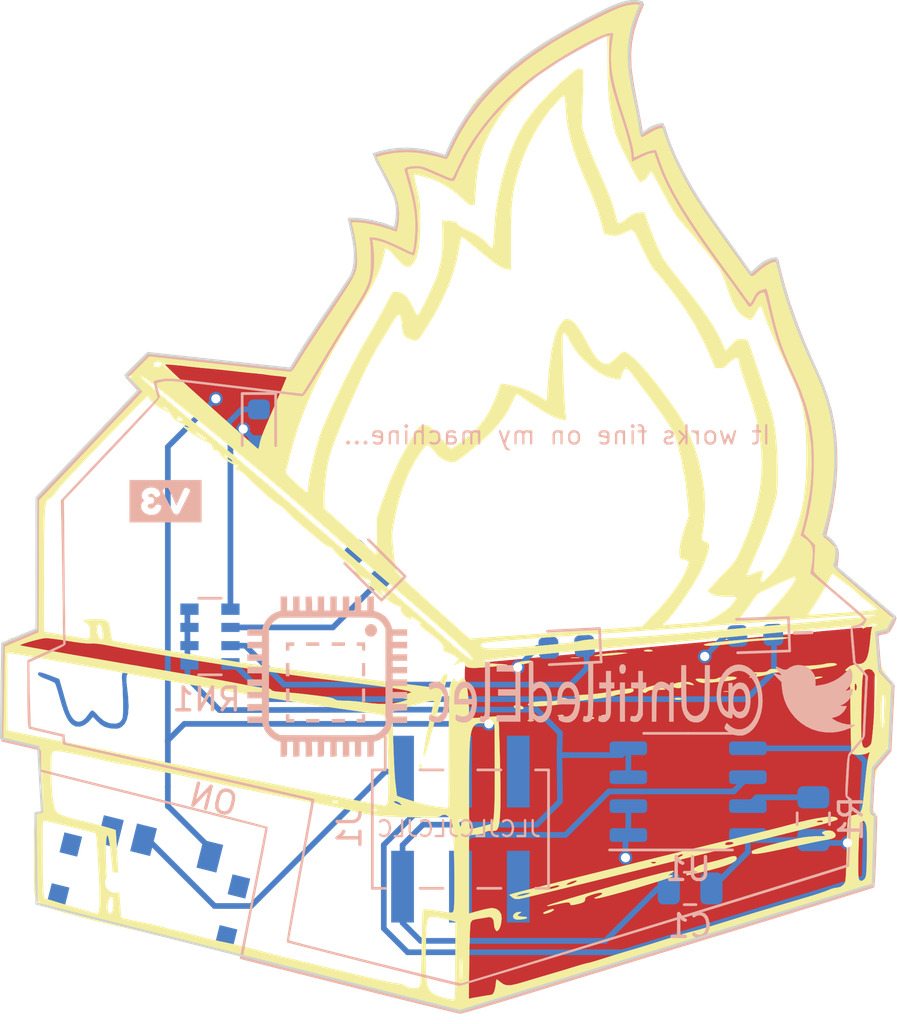
<source format=kicad_pcb>
(kicad_pcb (version 20210228) (generator pcbnew)
  (layers (0 "F.Cu" signal) (31 "B.Cu" signal) (34 "B.Paste" user) (35 "F.Paste" user) (36 "B.SilkS" user "B.Silkscreen") (37 "F.SilkS" user "F.Silkscreen") (38 "B.Mask" user) (39 "F.Mask" user) (44 "Edge.Cuts" user))
  (net 0 "")
  (net 1 "Net-(D1-Pad1)")
  (net 2 "VCC")
  (net 3 "Net-(D2-Pad1)")
  (net 4 "Net-(D3-Pad1)")
  (net 5 "Net-(D4-Pad1)")
  (net 6 "+3V3")
  (net 7 "VSS")
  (net 8 "Net-(J1-Pad5)")
  (net 9 "Net-(J1-Pad6)")
  (net 10 "Net-(SW1-Pad1)")
  (net 11 "SDA")
  (net 12 "SCL")
  (net 13 "Net-(R1-Pad2)")
  (footprint "SAO:dumpsterFireMiddle" (layer "F.Cu") (at 148.14 99.05)
    (fp_text reference "Ref**" hide)
    (fp_text value "Val**" hide)
  )
  (footprint "LOGO" (layer "F.Cu") (at 146.58 100.8)
    (fp_text reference "G***" hide)
    (fp_text value "LOGO" hide)
  )
  (footprint "LOGO" (layer "F.Cu") (at 146.58 100.8)
    (fp_text reference "G***" hide)
    (fp_text value "LOGO" hide)
    (fp_poly (pts (xy -12.440219 -6.804561) (xy -12.30977 -6.794006) (xy -12.109993 -6.775831) (xy -11.848311 -6.750771) (xy -11.532148 -6.719558) (xy -11.168929 -6.682928) (xy -10.766078 -6.641614) (xy -10.33102 -6.59635) (xy -9.871177 -6.54787) (xy -9.81758 -6.542179) (xy -9.356825 -6.493268) (xy -8.921159 -6.447114) (xy -8.51785 -6.404481) (xy -8.15417 -6.366133) (xy -7.837388 -6.332834) (xy -7.574774 -6.305348) (xy -7.373599 -6.284439) (xy -7.241131 -6.270871) (xy -7.184643 -6.265408) (xy -7.183261 -6.265333) (xy -7.154833 -6.233139) (xy -7.154333 -6.225833) (xy -7.17079 -6.178838) (xy -7.217475 -6.063876) (xy -7.290356 -5.890406) (xy -7.385405 -5.667888) (xy -7.498591 -5.405782) (xy -7.625883 -5.113545) (xy -7.708933 -4.924083) (xy -7.868796 -4.559599) (xy -7.997952 -4.26298) (xy -8.100089 -4.024724) (xy -8.178893 -3.835329) (xy -8.238052 -3.685295) (xy -8.281251 -3.56512) (xy -8.312178 -3.465302) (xy -8.33452 -3.376339) (xy -8.351964 -3.288731) (xy -8.358881 -3.249083) (xy -8.383087 -3.14828) (xy -8.409577 -3.095942) (xy -8.415668 -3.09375) (xy -8.451493 -3.121888) (xy -8.54494 -3.201962) (xy -8.690701 -3.32927) (xy -8.883469 -3.499105) (xy -9.117936 -3.706764) (xy -9.388795 -3.947542) (xy -9.690738 -4.216735) (xy -10.018456 -4.509637) (xy -10.366643 -4.821544) (xy -10.505178 -4.945834) (xy -10.945851 -5.342497) (xy -11.334957 -5.695108) (xy -11.67085 -6.002126) (xy -11.95188 -6.262007) (xy -12.1764 -6.47321) (xy -12.342762 -6.634193) (xy -12.449319 -6.743415) (xy -12.494422 -6.799332) (xy -12.493913 -6.806763) (xy -12.440219 -6.804561)) (layer "F.Cu") (width 0.01) (fill solid))
    (fp_poly (pts (xy 18.691254 4.750342) (xy 18.692075 4.874373) (xy 18.690973 5.070962) (xy 18.688084 5.334071) (xy 18.683543 5.657664) (xy 18.677487 6.035704) (xy 18.670052 6.462156) (xy 18.661372 6.930982) (xy 18.651586 7.436146) (xy 18.640828 7.971611) (xy 18.629234 8.531342) (xy 18.616941 9.109301) (xy 18.604085 9.699453) (xy 18.590801 10.29576) (xy 18.577226 10.892186) (xy 18.563495 11.482695) (xy 18.549744 12.061251) (xy 18.536111 12.621816) (xy 18.522729 13.158355) (xy 18.509737 13.664831) (xy 18.497269 14.135207) (xy 18.485461 14.563447) (xy 18.47445 14.943514) (xy 18.464371 15.269373) (xy 18.455361 15.534986) (xy 18.447555 15.734317) (xy 18.44109 15.86133) (xy 18.436102 15.909988) (xy 18.435922 15.910231) (xy 18.393588 15.924635) (xy 18.274707 15.962189) (xy 18.083773 16.021531) (xy 17.825278 16.101294) (xy 17.503716 16.200115) (xy 17.123579 16.31663) (xy 16.689362 16.449474) (xy 16.205557 16.597284) (xy 15.676657 16.758694) (xy 15.107156 16.93234) (xy 14.501546 17.116859) (xy 13.864321 17.310885) (xy 13.199974 17.513055) (xy 12.512997 17.722005) (xy 11.807885 17.936369) (xy 11.08913 18.154784) (xy 10.361226 18.375885) (xy 9.628665 18.598309) (xy 8.895941 18.82069) (xy 8.167547 19.041664) (xy 7.447975 19.259868) (xy 6.74172 19.473937) (xy 6.053274 19.682506) (xy 5.38713 19.884212) (xy 4.747782 20.077689) (xy 4.139723 20.261574) (xy 3.567445 20.434503) (xy 3.035443 20.59511) (xy 2.548208 20.742033) (xy 2.110235 20.873906) (xy 1.726016 20.989365) (xy 1.400045 21.087046) (xy 1.136814 21.165585) (xy 0.940817 21.223617) (xy 0.840687 21.25285) (xy 0.728873 21.285116) (xy 0.703799 20.305142) (xy 0.700807 20.14938) (xy 0.697701 19.914499) (xy 0.694513 19.606045) (xy 0.691274 19.229565) (xy 0.688014 18.790605) (xy 0.684763 18.294712) (xy 0.681553 17.747433) (xy 0.678414 17.154315) (xy 0.675376 16.520904) (xy 0.672471 15.852747) (xy 0.669729 15.155391) (xy 0.667181 14.434383) (xy 0.664857 13.69527) (xy 0.662788 12.943597) (xy 0.66252 12.837584) (xy 0.660399 11.967887) (xy 0.658608 11.178963) (xy 0.65718 10.466917) (xy 0.656146 9.827855) (xy 0.655536 9.257882) (xy 0.655383 8.753105) (xy 0.655717 8.30963) (xy 0.656571 7.923562) (xy 0.657975 7.591007) (xy 0.65996 7.308072) (xy 0.662559 7.070862) (xy 0.665802 6.875483) (xy 0.669721 6.718041) (xy 0.674347 6.594642) (xy 0.679711 6.501391) (xy 0.685846 6.434396) (xy 0.692781 6.389761) (xy 0.700549 6.363592) (xy 0.709181 6.351996) (xy 0.714741 6.350413) (xy 0.762916 6.346592) (xy 0.891481 6.33529) (xy 1.096521 6.316867) (xy 1.374124 6.291683) (xy 1.720375 6.260099) (xy 2.131363 6.222475) (xy 2.603172 6.179172) (xy 3.131891 6.13055) (xy 3.713604 6.07697) (xy 4.3444 6.018792) (xy 5.020364 5.956376) (xy 5.737584 5.890083) (xy 6.492145 5.820273) (xy 7.280134 5.747307) (xy 8.097638 5.671545) (xy 8.940743 5.593347) (xy 9.728459 5.520232) (xy 10.590666 5.440251) (xy 11.430389 5.362508) (xy 12.243746 5.287354) (xy 13.026853 5.215145) (xy 13.775829 5.146232) (xy 14.486793 5.08097) (xy 15.155861 5.019712) (xy 15.779151 4.96281) (xy 16.352783 4.910618) (xy 16.872872 4.86349) (xy 17.335538 4.821779) (xy 17.736898 4.785837) (xy 18.073069 4.756018) (xy 18.340171 4.732676) (xy 18.53432 4.716163) (xy 18.651635 4.706834) (xy 18.688373 4.704903) (xy 18.691254 4.750342)) (layer "F.Cu") (width 0.01) (fill solid))
    (fp_poly (pts (xy -15.793432 5.336157) (xy -15.311011 5.408097) (xy -14.809956 5.482787) (xy -14.304908 5.558046) (xy -13.81051 5.631693) (xy -13.341401 5.701548) (xy -12.912224 5.765431) (xy -12.537619 5.821159) (xy -12.234333 5.866241) (xy -11.152307 6.027038) (xy -10.108522 6.182264) (xy -9.105595 6.331529) (xy -8.14614 6.474439) (xy -7.232773 6.610604) (xy -6.368108 6.73963) (xy -5.554762 6.861126) (xy -4.795349 6.9747) (xy -4.092484 7.07996) (xy -3.448782 7.176513) (xy -2.866859 7.263967) (xy -2.34933 7.341931) (xy -1.89881 7.410013) (xy -1.517914 7.467819) (xy -1.209258 7.514959) (xy -0.975456 7.55104) (xy -0.819124 7.57567) (xy -0.742877 7.588457) (xy -0.735381 7.590174) (xy -0.766521 7.609695) (xy -0.865624 7.651384) (xy -1.020242 7.710907) (xy -1.217926 7.783926) (xy -1.446229 7.866105) (xy -1.692702 7.95311) (xy -1.944897 8.040603) (xy -2.190366 8.124248) (xy -2.41666 8.19971) (xy -2.611333 8.262651) (xy -2.761934 8.308737) (xy -2.856017 8.333631) (xy -2.878666 8.336752) (xy -2.930548 8.329528) (xy -3.061934 8.309423) (xy -3.268751 8.277091) (xy -3.546926 8.233183) (xy -3.892386 8.178352) (xy -4.301058 8.11325) (xy -4.768867 8.038531) (xy -5.291741 7.954847) (xy -5.865606 7.86285) (xy -6.486388 7.763194) (xy -7.150016 7.65653) (xy -7.852414 7.543511) (xy -8.58951 7.424791) (xy -9.357231 7.301021) (xy -10.151503 7.172854) (xy -10.968252 7.040942) (xy -11.144187 7.012512) (xy -11.963544 6.879979) (xy -12.760321 6.750868) (xy -13.530513 6.625837) (xy -14.270116 6.505545) (xy -14.975125 6.390651) (xy -15.641535 6.281813) (xy -16.265341 6.17969) (xy -16.842539 6.08494) (xy -17.369123 5.998223) (xy -17.84109 5.920196) (xy -18.254434 5.851519) (xy -18.60515 5.792851) (xy -18.889234 5.744849) (xy -19.102681 5.708172) (xy -19.241486 5.68348) (xy -19.301645 5.671431) (xy -19.303937 5.670506) (xy -19.268378 5.644152) (xy -19.169928 5.586032) (xy -19.020993 5.503095) (xy -18.833978 5.402289) (xy -18.682682 5.32253) (xy -18.061365 4.997881) (xy -15.793432 5.336157)) (layer "F.Cu") (width 0.01) (fill solid))
  )
  (footprint "LOGO" (layer "F.Cu") (at 146.58 100.8)
    (fp_text reference "G***" hide)
    (fp_text value "LOGO" hide)
  )
  (footprint "LOGO" (layer "F.Cu") (at 146.58 100.8)
    (fp_text reference "G***" hide)
    (fp_text value "LOGO" hide)
  )
  (footprint "LED_SMD:LED_0603_1608Metric" (layer "B.Cu") (at 138.2 96.7575 -90)
    (fp_text reference "D1" hide)
    (fp_text value "LED_Small")
    (pad "1" smd roundrect (at -0.7875 0 270) (size 0.875 0.95) (layers "B.Cu" "B.Paste" "B.Mask") (net 1 "Net-(D1-Pad1)"))
    (pad "2" smd roundrect (at 0.7875 0 270) (size 0.875 0.95) (layers "B.Cu" "B.Paste" "B.Mask") (net 2 "VCC"))
  )
  (footprint "LED_SMD:LED_0603_1608Metric" (layer "B.Cu") (at 143.053153 102.773153 135)
    (fp_text reference "D2" hide)
    (fp_text value "LED_Small")
    (pad "1" smd roundrect (at -0.7875 0 135) (size 0.875 0.95) (layers "B.Cu" "B.Paste" "B.Mask") (net 3 "Net-(D2-Pad1)"))
    (pad "2" smd roundrect (at 0.7875 0 135) (size 0.875 0.95) (layers "B.Cu" "B.Paste" "B.Mask") (net 2 "VCC"))
  )
  (footprint "LED_SMD:LED_0603_1608Metric" (layer "B.Cu") (at 151.7125 106.4 -177)
    (fp_text reference "D3" hide)
    (fp_text value "LED_Small")
    (pad "1" smd roundrect (at -0.7875 0 183) (size 0.875 0.95) (layers "B.Cu" "B.Paste" "B.Mask") (net 4 "Net-(D3-Pad1)"))
    (pad "2" smd roundrect (at 0.7875 0 183) (size 0.875 0.95) (layers "B.Cu" "B.Paste" "B.Mask") (net 2 "VCC"))
  )
  (footprint "LED_SMD:LED_0603_1608Metric" (layer "B.Cu") (at 160 105.89 -178)
    (fp_text reference "D4" hide)
    (fp_text value "LED_Small")
    (pad "1" smd roundrect (at -0.7875 0 182) (size 0.875 0.95) (layers "B.Cu" "B.Paste" "B.Mask") (net 5 "Net-(D4-Pad1)"))
    (pad "2" smd roundrect (at 0.7875 0 182) (size 0.875 0.95) (layers "B.Cu" "B.Paste" "B.Mask") (net 2 "VCC"))
  )
  (footprint "Connector_PinHeader_2.54mm:PinHeader_2x03_P2.54mm_Vertical_SMD" (layer "B.Cu") (at 147.05 114.395 -90)
    (fp_text reference "J1" (at 0 4.87 90) (layer "B.SilkS") (effects (justify mirror)))
    (fp_text value "Conn_02x03_Odd_Even")
    (pad "1" smd rect (at -2.525 2.54 270) (size 3.15 1) (layers "B.Cu" "B.Paste" "B.Mask") (net 6 "+3V3"))
    (pad "2" smd rect (at 2.525 2.54 270) (size 3.15 1) (layers "B.Cu" "B.Paste" "B.Mask") (net 7 "VSS"))
    (pad "3" smd rect (at -2.525 0 270) (size 3.15 1) (layers "B.Cu" "B.Paste" "B.Mask") (net 11 "SDA"))
    (pad "4" smd rect (at 2.525 0 270) (size 3.15 1) (layers "B.Cu" "B.Paste" "B.Mask") (net 12 "SCL"))
    (pad "5" smd rect (at -2.525 -2.54 270) (size 3.15 1) (layers "B.Cu" "B.Paste" "B.Mask") (net 8 "Net-(J1-Pad5)"))
    (pad "6" smd rect (at 2.525 -2.54 270) (size 3.15 1) (layers "B.Cu" "B.Paste" "B.Mask") (net 9 "Net-(J1-Pad6)"))
  )
  (footprint "Resistor_SMD:R_Array_Convex_4x0603" (layer "B.Cu") (at 136.05 105.94 180)
    (fp_text reference "RN1" (at 0.15 -2.76) (layer "B.SilkS") (effects (justify mirror)))
    (fp_text value "330")
    (pad "1" smd rect (at -0.9 1.2 180) (size 0.8 0.5) (layers "B.Cu" "B.Paste" "B.Mask") (net 1 "Net-(D1-Pad1)"))
    (pad "2" smd rect (at -0.9 0.4 180) (size 0.8 0.4) (layers "B.Cu" "B.Paste" "B.Mask") (net 5 "Net-(D4-Pad1)"))
    (pad "3" smd rect (at -0.9 -0.4 180) (size 0.8 0.4) (layers "B.Cu" "B.Paste" "B.Mask") (net 4 "Net-(D3-Pad1)"))
    (pad "4" smd rect (at -0.9 -1.2 180) (size 0.8 0.5) (layers "B.Cu" "B.Paste" "B.Mask") (net 3 "Net-(D2-Pad1)"))
    (pad "5" smd rect (at 0.9 -1.2 180) (size 0.8 0.5) (layers "B.Cu" "B.Paste" "B.Mask") (net 7 "VSS"))
    (pad "6" smd rect (at 0.9 -0.4 180) (size 0.8 0.4) (layers "B.Cu" "B.Paste" "B.Mask") (net 7 "VSS"))
    (pad "7" smd rect (at 0.9 0.4 180) (size 0.8 0.4) (layers "B.Cu" "B.Paste" "B.Mask") (net 7 "VSS"))
    (pad "8" smd rect (at 0.9 1.2 180) (size 0.8 0.5) (layers "B.Cu" "B.Paste" "B.Mask") (net 7 "VSS"))
  )
  (footprint "BreadBoardPwr:SK-3296S_switch" (layer "B.Cu") (at 133.347124 117.105673 -14)
    (fp_text reference "SW1" hide)
    (fp_text value "SW_SPDT")
    (pad "" np_thru_hole circle (at 1.5 0 346) (size 0.9 0.9) (drill 0.9) (layers *.Cu *.Mask))
    (pad "" np_thru_hole circle (at -1.5 0 346) (size 0.9 0.9) (drill 0.9) (layers *.Cu *.Mask))
    (pad "1" smd rect (at -2.25 -2.125 346) (size 0.9 1.25) (layers "B.Cu" "B.Paste" "B.Mask") (net 10 "Net-(SW1-Pad1)"))
    (pad "2" smd rect (at -0.75 -2.125 346) (size 0.9 1.25) (layers "B.Cu" "B.Paste" "B.Mask") (net 6 "+3V3"))
    (pad "3" smd rect (at 2.25 -2.125 346) (size 0.9 1.25) (layers "B.Cu" "B.Paste" "B.Mask") (net 2 "VCC"))
    (pad "4" smd rect (at 3.81 -1.15 346) (size 0.8 0.9) (layers "B.Cu" "B.Paste" "B.Mask"))
    (pad "4" smd rect (at -3.8 1.15 346) (size 0.8 0.9) (layers "B.Cu" "B.Paste" "B.Mask"))
    (pad "4" smd rect (at -3.8 -1.15 346) (size 0.8 0.9) (layers "B.Cu" "B.Paste" "B.Mask"))
    (pad "4" smd rect (at 3.8 1.15 346) (size 0.8 0.9) (layers "B.Cu" "B.Paste" "B.Mask"))
  )
  (footprint "NFCBuisness:W" (layer "B.Cu") (at 130.95 109.65 180)
    (fp_text reference "Ref**" hide)
    (fp_text value "Val**" hide)
    (fp_poly (pts (xy -1.630587 2.420899) (xy -1.447524 2.328559) (xy -1.311592 2.194757) (xy -1.304211 2.183555) (xy -1.265704 2.11344) (xy -1.244213 2.038839) (xy -1.23774 1.938094) (xy -1.244287 1.789546) (xy -1.255088 1.651) (xy -1.268682 1.442824) (xy -1.279873 1.184894) (xy -1.287394 0.912114) (xy -1.289962 0.690936) (xy -1.289221 0.458958) (xy -1.284387 0.294975) (xy -1.273305 0.182336) (xy -1.25382 0.10439) (xy -1.223775 0.044488) (xy -1.202268 0.013603) (xy -1.116398 -0.071274) (xy -1.002822 -0.111004) (xy -0.929984 -0.119227) (xy -0.68211 -0.100096) (xy -0.454281 -0.00289) (xy -0.240656 0.175182) (xy -0.185776 0.236175) (xy -0.081108 0.349759) (xy 0.009066 0.431822) (xy 0.066141 0.465547) (xy 0.068112 0.465666) (xy 0.123755 0.432548) (xy 0.197182 0.348904) (xy 0.229505 0.301607) (xy 0.376869 0.110873) (xy 0.526913 -0.003226) (xy 0.674284 -0.03902) (xy 0.813631 0.005163) (xy 0.907971 0.089777) (xy 0.988653 0.198585) (xy 1.058934 0.326542) (xy 1.126082 0.490779) (xy 1.197364 0.708426) (xy 1.255985 0.910166) (xy 1.31545 1.12099) (xy 1.377683 1.340443) (xy 1.431333 1.528529) (xy 1.442246 1.566558) (xy 1.521416 1.84195) (xy 1.949565 2.005418) (xy 2.167567 2.084028) (xy 2.315998 2.126297) (xy 2.401001 2.133773) (xy 2.422145 2.124455) (xy 2.452677 2.065526) (xy 2.41974 2.005855) (xy 2.317286 1.940366) (xy 2.13927 1.863979) (xy 2.089887 1.8454) (xy 1.930263 1.78316) (xy 1.799296 1.726134) (xy 1.71927 1.684217) (xy 1.708527 1.676067) (xy 1.680315 1.619963) (xy 1.636526 1.498254) (xy 1.582553 1.327363) (xy 1.52379 1.123712) (xy 1.507251 1.063196) (xy 1.396737 0.68139) (xy 1.290651 0.376432) (xy 1.184846 0.140938) (xy 1.075173 -0.032475) (xy 0.957485 -0.15119) (xy 0.827635 -0.222591) (xy 0.776069 -0.238398) (xy 0.602379 -0.241191) (xy 0.418574 -0.174646) (xy 0.246259 -0.047924) (xy 0.192569 0.009056) (xy 0.041511 0.185533) (xy -0.128458 0.008645) (xy -0.312966 -0.157866) (xy -0.496288 -0.260737) (xy -0.709082 -0.314778) (xy -0.823587 -0.327186) (xy -0.981029 -0.333485) (xy -1.090094 -0.317957) (xy -1.185756 -0.27362) (xy -1.227666 -0.246552) (xy -1.355913 -0.118677) (xy -1.447302 0.068507) (xy -1.502345 0.318683) (xy -1.521551 0.635539) (xy -1.505431 1.022758) (xy -1.460818 1.436924) (xy -1.432055 1.688127) (xy -1.424811 1.871541) (xy -1.442863 2.002167) (xy -1.489991 2.095003) (xy -1.569973 2.165049) (xy -1.656298 2.212878) (xy -1.801342 2.257899) (xy -1.939703 2.239415) (xy -2.087459 2.15265) (xy -2.203421 2.05035) (xy -2.298884 1.96489) (xy -2.361491 1.934189) (xy -2.413708 1.94891) (xy -2.426473 1.957639) (xy -2.473927 2.002339) (xy -2.467648 2.051331) (xy -2.429475 2.110518) (xy -2.32004 2.223928) (xy -2.167499 2.330713) (xy -2.002595 2.413218) (xy -1.856072 2.453788) (xy -1.829026 2.455333) (xy -1.630587 2.420899)) (layer "B.Cu") (width 0.01) (fill solid))
  )
  (footprint "Capacitor_SMD:C_0805_2012Metric" (layer "B.Cu") (at 157.1375 117)
    (fp_text reference "C1" (at 0 1.65) (layer "B.SilkS") (effects (justify mirror)))
    (fp_text value "C_Small")
    (pad "1" smd roundrect (at -0.9375 0) (size 0.975 1.4) (layers "B.Cu" "B.Paste" "B.Mask") (net 7 "VSS"))
    (pad "2" smd roundrect (at 0.9375 0) (size 0.975 1.4) (layers "B.Cu" "B.Paste" "B.Mask") (net 2 "VCC"))
  )
  (footprint "Resistor_SMD:R_0805_2012Metric" (layer "B.Cu") (at 162.55 113.9375 90)
    (fp_text reference "R1" (at 0 1.65 90) (layer "B.SilkS") (effects (justify mirror)))
    (fp_text value "R_Small")
    (pad "1" smd roundrect (at -0.9375 0 90) (size 0.975 1.4) (layers "B.Cu" "B.Paste" "B.Mask") (net 2 "VCC"))
    (pad "2" smd roundrect (at 0.9375 0 90) (size 0.975 1.4) (layers "B.Cu" "B.Paste" "B.Mask") (net 13 "Net-(R1-Pad2)"))
  )
  (footprint "Package_SO:SOP-8_3.9x4.9mm_P1.27mm" (layer "B.Cu") (at 157.05 112.75)
    (fp_text reference "U1" (at 0 3.4) (layer "B.SilkS") (effects (justify mirror)))
    (fp_text value "FT24C02A-FlashMemory")
    (pad "1" smd roundrect (at -2.625 1.905) (size 1.65 0.6) (layers "B.Cu" "B.Paste" "B.Mask") (net 2 "VCC"))
    (pad "2" smd roundrect (at -2.625 0.635) (size 1.65 0.6) (layers "B.Cu" "B.Paste" "B.Mask") (net 2 "VCC"))
    (pad "3" smd roundrect (at -2.625 -0.635) (size 1.65 0.6) (layers "B.Cu" "B.Paste" "B.Mask") (net 7 "VSS"))
    (pad "4" smd roundrect (at -2.625 -1.905) (size 1.65 0.6) (layers "B.Cu" "B.Paste" "B.Mask") (net 7 "VSS"))
    (pad "5" smd roundrect (at 2.625 -1.905) (size 1.65 0.6) (layers "B.Cu" "B.Paste" "B.Mask") (net 11 "SDA"))
    (pad "6" smd roundrect (at 2.625 -0.635) (size 1.65 0.6) (layers "B.Cu" "B.Paste" "B.Mask") (net 12 "SCL"))
    (pad "7" smd roundrect (at 2.625 0.635) (size 1.65 0.6) (layers "B.Cu" "B.Paste" "B.Mask") (net 13 "Net-(R1-Pad2)"))
    (pad "8" smd roundrect (at 2.625 1.905) (size 1.65 0.6) (layers "B.Cu" "B.Paste" "B.Mask") (net 2 "VCC"))
  )
  (footprint "cafebabe:TwitterSmaller" (layer "B.Cu") (at 155.1 108.3 180)
    (fp_text reference "Ref**" hide)
    (fp_text value "Val**" hide)
  )
  (footprint "svg2mod" (layer "B.Cu") (at 134.1 100 180)
    (fp_text reference "svg2mod" hide)
    (fp_text value "G***" hide)
  )
  (footprint "cafebabe:JustChip" (layer "B.Cu") (at 139.877083 108.653431 180)
    (fp_text reference "Ref**" hide)
    (fp_text value "Val**" hide)
  )
  (gr_line (start 163.522093 98.110236) (end 163.51073 98.578461) (layer "Edge.Cuts") (width 0.1))
  (gr_line (start 159.917485 89.910437) (end 160.025453 89.811636) (layer "Edge.Cuts") (width 0.1))
  (gr_line (start 154.566518 79.32912) (end 154.494419 79.715338) (layer "Edge.Cuts") (width 0.1))
  (gr_line (start 154.790623 78.045807) (end 155.022955 78.08899) (layer "Edge.Cuts") (width 0.1))
  (gr_line (start 154.444786 80.455689) (end 154.45875 80.812707) (layer "Edge.Cuts") (width 0.1))
  (gr_line (start 148.473587 81.707486) (end 148.894501 81.303567) (layer "Edge.Cuts") (width 0.1))
  (gr_line (start 126.878989 110.405782) (end 126.929264 106.253065) (layer "Edge.Cuts") (width 0.1))
  (gr_line (start 160.364487 89.522216) (end 160.512537 89.441914) (layer "Edge.Cuts") (width 0.1))
  (gr_line (start 144.228841 87.7295) (end 144.260682 87.468626) (layer "Edge.Cuts") (width 0.1))
  (gr_line (start 160.239956 89.613372) (end 160.364487 89.522216) (layer "Edge.Cuts") (width 0.1))
  (gr_line (start 160.915188 89.330488) (end 161.221321 90.512147) (layer "Edge.Cuts") (width 0.1))
  (gr_line (start 160.693105 89.37662) (end 160.915188 89.330488) (layer "Edge.Cuts") (width 0.1))
  (gr_line (start 155.567867 83.532334) (end 155.726849 83.482057) (layer "Edge.Cuts") (width 0.1))
  (gr_line (start 155.168824 83.769886) (end 155.339354 83.64665) (layer "Edge.Cuts") (width 0.1))
  (gr_line (start 142.293837 88.233424) (end 142.14956 87.601421) (layer "Edge.Cuts") (width 0.1))
  (gr_line (start 147.316446 83.112732) (end 147.680842 82.610271) (layer "Edge.Cuts") (width 0.1))
  (gr_line (start 142.65782 87.620815) (end 143.16327 87.699194) (layer "Edge.Cuts") (width 0.1))
  (gr_line (start 156.24459 84.378162) (end 156.433208 84.826491) (layer "Edge.Cuts") (width 0.1))
  (gr_line (start 165.801924 105.659819) (end 165.309228 105.760371) (layer "Edge.Cuts") (width 0.1))
  (gr_line (start 128.673808 113.643497) (end 128.5079 110.787872) (layer "Edge.Cuts") (width 0.1))
  (gr_line (start 145.055979 84.543842) (end 145.476394 84.600917) (layer "Edge.Cuts") (width 0.1))
  (gr_line (start 142.40406 87.603353) (end 142.65782 87.620815) (layer "Edge.Cuts") (width 0.1))
  (gr_line (start 155.339354 83.64665) (end 155.441766 83.58767) (layer "Edge.Cuts") (width 0.1))
  (gr_line (start 154.982735 83.890729) (end 155.168824 83.769886) (layer "Edge.Cuts") (width 0.1))
  (gr_line (start 142.400326 88.862592) (end 142.355505 88.54864) (layer "Edge.Cuts") (width 0.1))
  (gr_line (start 161.221321 90.512147) (end 161.398653 91.104693) (layer "Edge.Cuts") (width 0.1))
  (gr_line (start 143.594167 85.468625) (end 143.403976 85.118244) (layer "Edge.Cuts") (width 0.1))
  (gr_line (start 149.766827 80.581689) (end 150.210807 80.260135) (layer "Edge.Cuts") (width 0.1))
  (gr_line (start 163.559051 102.449584) (end 163.524555 102.645893) (layer "Edge.Cuts") (width 0.1))
  (gr_line (start 154.45875 80.812707) (end 154.492901 81.162876) (layer "Edge.Cuts") (width 0.1))
  (gr_line (start 144.281802 84.540784) (end 144.658573 84.525118) (layer "Edge.Cuts") (width 0.1))
  (gr_line (start 155.726849 83.482057) (end 155.927906 83.438254) (layer "Edge.Cuts") (width 0.1))
  (gr_line (start 163.424964 96.735258) (end 163.4794 97.188279) (layer "Edge.Cuts") (width 0.1))
  (gr_line (start 166.023135 108.002636) (end 165.882363 110.868314) (layer "Edge.Cuts") (width 0.1))
  (gr_line (start 154.60476 81.848435) (end 154.746355 82.523906) (layer "Edge.Cuts") (width 0.1))
  (gr_line (start 139.583491 94.182029) (end 140.234191 93.121759) (layer "Edge.Cuts") (width 0.1))
  (gr_line (start 156.433208 84.826491) (end 156.639468 85.262218) (layer "Edge.Cuts") (width 0.1))
  (gr_line (start 166.123684 105.066575) (end 165.801924 105.659819) (layer "Edge.Cuts") (width 0.1))
  (gr_line (start 142.40983 89.484487) (end 142.420901 89.174726) (layer "Edge.Cuts") (width 0.1))
  (gr_line (start 142.420901 89.174726) (end 142.400326 88.862592) (layer "Edge.Cuts") (width 0.1))
  (gr_line (start 160.025453 89.811636) (end 160.239956 89.613372) (layer "Edge.Cuts") (width 0.1))
  (gr_line (start 155.927906 83.438254) (end 156.075521 83.91587) (layer "Edge.Cuts") (width 0.1))
  (gr_line (start 132.348913 94.458542) (end 133.323362 93.495777) (layer "Edge.Cuts") (width 0.1))
  (gr_line (start 128.436772 99.850689) (end 132.952213 95.102062) (layer "Edge.Cuts") (width 0.1))
  (gr_line (start 152.749941 78.768964) (end 153.44854 78.413015) (layer "Edge.Cuts") (width 0.1))
  (gr_line (start 133.323362 93.495777) (end 139.583491 94.182029) (layer "Edge.Cuts") (width 0.1))
  (gr_line (start 132.952213 95.102062) (end 132.348913 94.458542) (layer "Edge.Cuts") (width 0.1))
  (gr_line (start 143.16327 87.699194) (end 143.666211 87.830292) (layer "Edge.Cuts") (width 0.1))
  (gr_line (start 163.4794 97.188279) (end 163.511713 97.646723) (layer "Edge.Cuts") (width 0.1))
  (gr_line (start 143.923291 84.586883) (end 144.281802 84.540784) (layer "Edge.Cuts") (width 0.1))
  (gr_line (start 126.929264 106.253065) (end 128.436772 105.620002) (layer "Edge.Cuts") (width 0.1))
  (gr_line (start 158.696002 88.457713) (end 159.253162 89.225853) (layer "Edge.Cuts") (width 0.1))
  (gr_line (start 144.148197 86.567809) (end 144.075307 86.370275) (layer "Edge.Cuts") (width 0.1))
  (gr_line (start 145.476394 84.600917) (end 145.922195 84.700301) (layer "Edge.Cuts") (width 0.1))
  (gr_line (start 143.580662 84.659453) (end 143.923291 84.586883) (layer "Edge.Cuts") (width 0.1))
  (gr_line (start 154.551803 78.046003) (end 154.790623 78.045807) (layer "Edge.Cuts") (width 0.1))
  (gr_line (start 154.455258 80.09038) (end 154.444786 80.455689) (layer "Edge.Cuts") (width 0.1))
  (gr_line (start 140.234191 93.121759) (end 140.905496 92.1027) (layer "Edge.Cuts") (width 0.1))
  (gr_line (start 155.022955 78.08899) (end 154.826535 78.517388) (layer "Edge.Cuts") (width 0.1))
  (gr_line (start 165.258954 113.7541) (end 165.165404 116.828043) (layer "Edge.Cuts") (width 0.1))
  (gr_line (start 163.248963 95.846908) (end 163.348215 96.288016) (layer "Edge.Cuts") (width 0.1))
  (gr_line (start 163.348215 96.288016) (end 163.424964 96.735258) (layer "Edge.Cuts") (width 0.1))
  (gr_line (start 153.754864 78.273085) (end 154.038079 78.16302) (layer "Edge.Cuts") (width 0.1))
  (gr_line (start 143.990586 86.180609) (end 143.797806 85.81848) (layer "Edge.Cuts") (width 0.1))
  (gr_line (start 165.439943 107.379227) (end 166.023135 108.002636) (layer "Edge.Cuts") (width 0.1))
  (gr_line (start 128.38724 113.698797) (end 128.673808 113.643497) (layer "Edge.Cuts") (width 0.1))
  (gr_line (start 163.423533 99.527629) (end 163.348079 100.00786) (layer "Edge.Cuts") (width 0.1))
  (gr_line (start 163.469162 102.824308) (end 166.123684 105.066575) (layer "Edge.Cuts") (width 0.1))
  (gr_line (start 142.14956 87.601421) (end 142.40406 87.603353) (layer "Edge.Cuts") (width 0.1))
  (gr_line (start 163.315564 101.689376) (end 163.440926 101.831911) (layer "Edge.Cuts") (width 0.1))
  (gr_line (start 142.355505 88.54864) (end 142.293837 88.233424) (layer "Edge.Cuts") (width 0.1))
  (gr_line (start 143.251542 84.754538) (end 143.580662 84.659453) (layer "Edge.Cuts") (width 0.1))
  (gr_line (start 163.51073 98.578461) (end 163.477813 99.051044) (layer "Edge.Cuts") (width 0.1))
  (gr_line (start 162.996575 101.466882) (end 163.168963 101.566309) (layer "Edge.Cuts") (width 0.1))
  (gr_line (start 161.595334 91.700594) (end 161.813743 92.301509) (layer "Edge.Cuts") (width 0.1))
  (gr_line (start 143.666211 87.830292) (end 144.166939 88.007841) (layer "Edge.Cuts") (width 0.1))
  (gr_line (start 162.325263 93.525015) (end 162.623133 94.150924) (layer "Edge.Cuts") (width 0.1))
  (gr_line (start 144.265499 87.22362) (end 144.246332 86.992882) (layer "Edge.Cuts") (width 0.1))
  (gr_line (start 143.797806 85.81848) (end 143.594167 85.468625) (layer "Edge.Cuts") (width 0.1))
  (gr_line (start 151.095812 79.68681) (end 151.952102 79.194546) (layer "Edge.Cuts") (width 0.1))
  (gr_line (start 165.165404 116.828043) (end 147.026561 122.380107) (layer "Edge.Cuts") (width 0.1))
  (gr_line (start 151.952102 79.194546) (end 152.749941 78.768964) (layer "Edge.Cuts") (width 0.1))
  (gr_line (start 162.623133 94.150924) (end 162.814294 94.563942) (layer "Edge.Cuts") (width 0.1))
  (gr_line (start 157.097294 86.101312) (end 157.602822 86.906332) (layer "Edge.Cuts") (width 0.1))
  (gr_line (start 142.359713 89.791319) (end 142.40983 89.484487) (layer "Edge.Cuts") (width 0.1))
  (gr_line (start 155.441766 83.58767) (end 155.567867 83.532334) (layer "Edge.Cuts") (width 0.1))
  (gr_line (start 147.680842 82.610271) (end 148.067795 82.142455) (layer "Edge.Cuts") (width 0.1))
  (gr_line (start 143.403976 85.118244) (end 143.251542 84.754538) (layer "Edge.Cuts") (width 0.1))
  (gr_line (start 163.13441 100.977842) (end 162.996575 101.466882) (layer "Edge.Cuts") (width 0.1))
  (gr_line (start 165.309228 105.760371) (end 165.439943 107.379227) (layer "Edge.Cuts") (width 0.1))
  (gr_line (start 142.26315 90.094668) (end 142.359713 89.791319) (layer "Edge.Cuts") (width 0.1))
  (gr_line (start 150.65504 79.962441) (end 151.095812 79.68681) (layer "Edge.Cuts") (width 0.1))
  (gr_line (start 128.436772 105.620002) (end 128.436772 99.850689) (layer "Edge.Cuts") (width 0.1))
  (gr_line (start 157.602822 86.906332) (end 158.140807 87.688169) (layer "Edge.Cuts") (width 0.1))
  (gr_line (start 146.670186 84.228776) (end 146.978321 83.651634) (layer "Edge.Cuts") (width 0.1))
  (gr_line (start 144.166939 88.007841) (end 144.228841 87.7295) (layer "Edge.Cuts") (width 0.1))
  (gr_line (start 163.511713 97.646723) (end 163.522093 98.110236) (layer "Edge.Cuts") (width 0.1))
  (gr_line (start 159.797041 90.00348) (end 159.917485 89.910437) (layer "Edge.Cuts") (width 0.1))
  (gr_line (start 163.127019 95.412289) (end 163.248963 95.846908) (layer "Edge.Cuts") (width 0.1))
  (gr_line (start 128.434005 117.6662) (end 128.38724 113.698797) (layer "Edge.Cuts") (width 0.1))
  (gr_line (start 140.905496 92.1027) (end 142.26315 90.094668) (layer "Edge.Cuts") (width 0.1))
  (gr_line (start 128.5079 110.787872) (end 126.878989 110.405782) (layer "Edge.Cuts") (width 0.1))
  (gr_line (start 154.940118 83.543432) (end 154.982735 83.890729) (layer "Edge.Cuts") (width 0.1))
  (gr_line (start 162.05626 92.909096) (end 162.325263 93.525015) (layer "Edge.Cuts") (width 0.1))
  (gr_line (start 144.246332 86.992882) (end 144.206218 86.774812) (layer "Edge.Cuts") (width 0.1))
  (gr_line (start 163.251642 100.491383) (end 163.13441 100.977842) (layer "Edge.Cuts") (width 0.1))
  (gr_line (start 154.30234 78.086201) (end 154.551803 78.046003) (layer "Edge.Cuts") (width 0.1))
  (gr_line (start 163.568712 102.231995) (end 163.559051 102.449584) (layer "Edge.Cuts") (width 0.1))
  (gr_line (start 156.075521 83.91587) (end 156.24459 84.378162) (layer "Edge.Cuts") (width 0.1))
  (gr_line (start 154.492901 81.162876) (end 154.60476 81.848435) (layer "Edge.Cuts") (width 0.1))
  (gr_line (start 163.549602 101.989742) (end 163.568712 102.231995) (layer "Edge.Cuts") (width 0.1))
  (gr_line (start 158.140807 87.688169) (end 158.696002 88.457713) (layer "Edge.Cuts") (width 0.1))
  (gr_line (start 154.826535 78.517388) (end 154.675807 78.930284) (layer "Edge.Cuts") (width 0.1))
  (gr_line (start 154.675807 78.930284) (end 154.566518 79.32912) (layer "Edge.Cuts") (width 0.1))
  (gr_line (start 163.477813 99.051044) (end 163.423533 99.527629) (layer "Edge.Cuts") (width 0.1))
  (gr_line (start 162.814294 94.563942) (end 162.982193 94.984516) (layer "Edge.Cuts") (width 0.1))
  (gr_line (start 165.067909 113.603275) (end 165.258954 113.7541) (layer "Edge.Cuts") (width 0.1))
  (gr_line (start 145.922195 84.700301) (end 146.395758 84.845955) (layer "Edge.Cuts") (width 0.1))
  (gr_line (start 159.253162 89.225853) (end 159.797041 90.00348) (layer "Edge.Cuts") (width 0.1))
  (gr_line (start 154.746355 82.523906) (end 154.883682 83.200824) (layer "Edge.Cuts") (width 0.1))
  (gr_line (start 149.32682 80.928901) (end 149.766827 80.581689) (layer "Edge.Cuts") (width 0.1))
  (gr_line (start 147.026561 122.380107) (end 147.026561 122.380107) (layer "Edge.Cuts") (width 0.1))
  (gr_line (start 144.658573 84.525118) (end 145.055979 84.543842) (layer "Edge.Cuts") (width 0.1))
  (gr_line (start 154.883682 83.200824) (end 154.940118 83.543432) (layer "Edge.Cuts") (width 0.1))
  (gr_line (start 150.210807 80.260135) (end 150.65504 79.962441) (layer "Edge.Cuts") (width 0.1))
  (gr_line (start 146.395758 84.845955) (end 146.670186 84.228776) (layer "Edge.Cuts") (width 0.1))
  (gr_line (start 163.524555 102.645893) (end 163.469162 102.824308) (layer "Edge.Cuts") (width 0.1))
  (gr_line (start 156.861465 85.686705) (end 157.097294 86.101312) (layer "Edge.Cuts") (width 0.1))
  (gr_line (start 153.44854 78.413015) (end 153.754864 78.273085) (layer "Edge.Cuts") (width 0.1))
  (gr_line (start 144.075307 86.370275) (end 143.990586 86.180609) (layer "Edge.Cuts") (width 0.1))
  (gr_line (start 165.168459 111.712935) (end 165.067909 113.603275) (layer "Edge.Cuts") (width 0.1))
  (gr_line (start 156.639468 85.262218) (end 156.861465 85.686705) (layer "Edge.Cuts") (width 0.1))
  (gr_line (start 163.348079 100.00786) (end 163.251642 100.491383) (layer "Edge.Cuts") (width 0.1))
  (gr_line (start 161.398653 91.104693) (end 161.595334 91.700594) (layer "Edge.Cuts") (width 0.1))
  (gr_line (start 163.168963 101.566309) (end 163.315564 101.689376) (layer "Edge.Cuts") (width 0.1))
  (gr_line (start 146.978321 83.651634) (end 147.316446 83.112732) (layer "Edge.Cuts") (width 0.1))
  (gr_line (start 161.813743 92.301509) (end 162.05626 92.909096) (layer "Edge.Cuts") (width 0.1))
  (gr_line (start 160.512537 89.441914) (end 160.693105 89.37662) (layer "Edge.Cuts") (width 0.1))
  (gr_line (start 154.038079 78.16302) (end 154.30234 78.086201) (layer "Edge.Cuts") (width 0.1))
  (gr_line (start 165.882363 110.868314) (end 165.168459 111.712935) (layer "Edge.Cuts") (width 0.1))
  (gr_line (start 144.260682 87.468626) (end 144.265499 87.22362) (layer "Edge.Cuts") (width 0.1))
  (gr_line (start 163.440926 101.831911) (end 163.549602 101.989742) (layer "Edge.Cuts") (width 0.1))
  (gr_line (start 154.494419 79.715338) (end 154.455258 80.09038) (layer "Edge.Cuts") (width 0.1))
  (gr_line (start 147.026561 122.380107) (end 128.434005 117.6662) (layer "Edge.Cuts") (width 0.1))
  (gr_line (start 144.206218 86.774812) (end 144.148197 86.567809) (layer "Edge.Cuts") (width 0.1))
  (gr_line (start 148.067795 82.142455) (end 148.473587 81.707486) (layer "Edge.Cuts") (width 0.1))
  (gr_line (start 148.894501 81.303567) (end 149.32682 80.928901) (layer "Edge.Cuts") (width 0.1))
  (gr_line (start 162.982193 94.984516) (end 163.127019 95.412289) (layer "Edge.Cuts") (width 0.1))
  (gr_text "JLCJLCJLCJLC" (at 146.99 114.38) (layer "B.SilkS") (effects (font (size 0.7 0.7) (thickness 0.1)) (justify mirror)))
  (gr_text "It works fine on my machine..." (at 151.3 97.1) (layer "B.SilkS") (effects (font (size 0.8 0.8) (thickness 0.1)) (justify mirror)))
  (gr_text "-" (at 162.1 105.7 2) (layer "B.SilkS") (effects (font (size 1 1)) (justify mirror)))
  (gr_text "ON\n" (at 136.2 113.1 -14) (layer "B.SilkS") (effects (font (size 1 1)) (justify mirror)))
  (segment (start 136.95 104.24) (end 136.95 104.74) (width 0.25) (layer "B.Cu") (net 1))
  (segment (start 136.884998 97.130002) (end 136.95 97.195004) (width 0.25) (layer "B.Cu") (net 1))
  (segment (start 136.95 97.195004) (end 136.95 104.24) (width 0.25) (layer "B.Cu") (net 1))
  (segment (start 137.444996 95.97) (end 136.884998 96.529998) (width 0.25) (layer "B.Cu") (net 1))
  (segment (start 138.2 95.97) (end 137.444996 95.97) (width 0.25) (layer "B.Cu") (net 1))
  (segment (start 136.884998 96.529998) (end 136.884998 97.130002) (width 0.25) (layer "B.Cu") (net 1))
  (segment (start 157.302696 107.29) (end 149.57 107.29) (width 0.25) (layer "F.Cu") (net 2))
  (segment (start 136.31 95.63) (end 137.51 96.83) (width 0.25) (layer "F.Cu") (net 2))
  (segment (start 163.4 115.65) (end 164.05 115) (width 0.25) (layer "F.Cu") (net 2))
  (segment (start 149.57 107.29) (end 149.71 107.15) (width 0.25) (layer "F.Cu") (net 2))
  (segment (start 136.31 95.5) (end 136.31 95.63) (width 0.25) (layer "F.Cu") (net 2))
  (segment (start 148.3 109.775) (end 148.3 108.56) (width 0.25) (layer "F.Cu") (net 2))
  (segment (start 157.78 112.17) (end 154.3 115.65) (width 0.25) (layer "F.Cu") (net 2))
  (segment (start 157.78 106.812696) (end 157.302696 107.29) (width 0.25) (layer "F.Cu") (net 2))
  (segment (start 149.71 107.15) (end 149.89 107.15) (width 0.25) (layer "F.Cu") (net 2))
  (segment (start 154.3 115.65) (end 163.4 115.65) (width 0.25) (layer "F.Cu") (net 2))
  (segment (start 157.78 106.812696) (end 157.78 112.17) (width 0.25) (layer "F.Cu") (net 2))
  (segment (start 148.3 108.56) (end 149.57 107.29) (width 0.25) (layer "F.Cu") (net 2))
  (via (at 157.78 106.812696) (size 0.6) (drill 0.4) (layers "F.Cu" "B.Cu") (net 2))
  (via (at 164.05 115) (size 0.6) (drill 0.4) (layers "F.Cu" "B.Cu") (net 2))
  (via (at 148.3 109.775) (size 0.6) (drill 0.4) (layers "F.Cu" "B.Cu") (net 2))
  (via (at 136.31 95.5) (size 0.6) (drill 0.4) (layers "F.Cu" "B.Cu") (net 2))
  (via (at 137.51 96.83) (size 0.6) (drill 0.4) (layers "F.Cu" "B.Cu") (net 2))
  (via (at 149.57 107.29) (size 0.6) (drill 0.4) (layers "F.Cu" "B.Cu") (net 2))
  (via (at 154.3 115.65) (size 0.6) (drill 0.4) (layers "F.Cu" "B.Cu") (net 2))
  (segment (start 157.78 106.812696) (end 157.78 106.812696) (width 0.25) (layer "B.Cu") (net 2))
  (segment (start 134.2 112.525) (end 134.2 113.4) (width 0.25) (layer "B.Cu") (net 2))
  (segment (start 159.675 115.4) (end 159.675 114.655) (width 0.25) (layer "B.Cu") (net 2))
  (segment (start 159.895 114.875) (end 159.675 114.655) (width 0.25) (layer "B.Cu") (net 2))
  (segment (start 162.55 114.875) (end 159.895 114.875) (width 0.25) (layer "B.Cu") (net 2))
  (segment (start 154.425 113.385) (end 154.425 114.655) (width 0.25) (layer "B.Cu") (net 2))
  (segment (start 134.2 110.5) (end 134.925 109.775) (width 0.25) (layer "B.Cu") (net 2))
  (segment (start 164.05 115) (end 162.675 115) (width 0.25) (layer "B.Cu") (net 2))
  (segment (start 138.2 97.52) (end 137.51 96.83) (width 0.25) (layer "B.Cu") (net 2))
  (segment (start 158.675213 105.917483) (end 157.78 106.812696) (width 0.25) (layer "B.Cu") (net 2))
  (segment (start 142.496306 102.216306) (end 138.15 97.87) (width 0.25) (layer "B.Cu") (net 2))
  (segment (start 138.2 97.545) (end 138.2 97.52) (width 0.25) (layer "B.Cu") (net 2))
  (segment (start 158.075 117) (end 159.675 115.4) (width 0.25) (layer "B.Cu") (net 2))
  (segment (start 150.418785 106.441215) (end 149.57 107.29) (width 0.25) (layer "B.Cu") (net 2))
  (segment (start 136.31 95.5) (end 134.2 97.61) (width 0.25) (layer "B.Cu") (net 2))
  (segment (start 134.225 113.4) (end 136.09 115.265) (width 0.25) (layer "B.Cu") (net 2))
  (segment (start 134.2 110.575) (end 134.2 110.5) (width 0.25) (layer "B.Cu") (net 2))
  (segment (start 138.15 97.87) (end 138.15 97.43) (width 0.25) (layer "B.Cu") (net 2))
  (segment (start 154.3 114.78) (end 154.425 114.655) (width 0.25) (layer "B.Cu") (net 2))
  (segment (start 162.675 115) (end 162.55 114.875) (width 0.25) (layer "B.Cu") (net 2))
  (segment (start 134.2 110.575) (end 134.2 112.55) (width 0.25) (layer "B.Cu") (net 2))
  (segment (start 136.09 115.265) (end 136.09 115.44) (width 0.25) (layer "B.Cu") (net 2))
  (segment (start 134.925 109.775) (end 148.3 109.775) (width 0.25) (layer "B.Cu") (net 2))
  (segment (start 150.926079 106.441215) (end 150.418785 106.441215) (width 0.25) (layer "B.Cu") (net 2))
  (segment (start 159.21298 105.917483) (end 158.675213 105.917483) (width 0.25) (layer "B.Cu") (net 2))
  (segment (start 154.3 115.65) (end 154.3 114.78) (width 0.25) (layer "B.Cu") (net 2))
  (segment (start 134.2 97.61) (end 134.2 110.575) (width 0.25) (layer "B.Cu") (net 2))
  (segment (start 136.95 105.54) (end 141.45 105.54) (width 0.25) (layer "B.Cu") (net 3))
  (segment (start 141.45 105.54) (end 143.6 103.39) (width 0.25) (layer "B.Cu") (net 3))
  (segment (start 137.6 106.34) (end 139.31 108.05) (width 0.25) (layer "B.Cu") (net 4))
  (segment (start 139.31 108.05) (end 151.88 108.05) (width 0.25) (layer "B.Cu") (net 4))
  (segment (start 136.95 106.34) (end 137.6 106.34) (width 0.25) (layer "B.Cu") (net 4))
  (segment (start 152.59 107.34) (end 152.59 106.48) (width 0.25) (layer "B.Cu") (net 4))
  (segment (start 151.88 108.05) (end 152.59 107.34) (width 0.25) (layer "B.Cu") (net 4))
  (segment (start 136.95 107.14) (end 137.1 107.14) (width 0.25) (layer "B.Cu") (net 5))
  (segment (start 160.82 107.48) (end 160.82 105.75) (width 0.25) (layer "B.Cu") (net 5))
  (segment (start 159.61 108.69) (end 160.82 107.48) (width 0.25) (layer "B.Cu") (net 5))
  (segment (start 137.1 107.14) (end 138.65 108.69) (width 0.25) (layer "B.Cu") (net 5))
  (segment (start 138.65 108.69) (end 159.61 108.69) (width 0.25) (layer "B.Cu") (net 5))
  (segment (start 143.76 111.87) (end 137.860033 117.769967) (width 0.25) (layer "B.Cu") (net 6))
  (segment (start 137.860033 117.769967) (end 136.250981 117.769967) (width 0.25) (layer "B.Cu") (net 6))
  (segment (start 133.381014 114.9) (end 132.88 114.9) (width 0.25) (layer "B.Cu") (net 6))
  (segment (start 144.51 111.87) (end 143.76 111.87) (width 0.25) (layer "B.Cu") (net 6))
  (segment (start 136.250981 117.769967) (end 133.381014 114.9) (width 0.25) (layer "B.Cu") (net 6))
  (segment (start 153.4125 119.3) (end 145.3 119.3) (width 0.25) (layer "B.Cu") (net 7))
  (segment (start 145.405 114.2) (end 150.4 114.2) (width 0.25) (layer "B.Cu") (net 7))
  (segment (start 154.125 111.145) (end 151.495 111.145) (width 0.25) (layer "B.Cu") (net 7))
  (segment (start 154.425 110.845) (end 154.125 111.145) (width 0.25) (layer "B.Cu") (net 7))
  (segment (start 151.425 110.175) (end 150.4 109.15) (width 0.25) (layer "B.Cu") (net 7))
  (segment (start 135.06 107.76) (end 135.06 104.81) (width 0.25) (layer "B.Cu") (net 7))
  (segment (start 151.4 111.05) (end 151.425 110.175) (width 0.25) (layer "B.Cu") (net 7))
  (segment (start 136.47 109.17) (end 135.06 107.76) (width 0.25) (layer "B.Cu") (net 7))
  (segment (start 151.425 113.175) (end 151.4 111.05) (width 0.25) (layer "B.Cu") (net 7))
  (segment (start 150.4 114.2) (end 151.425 113.175) (width 0.25) (layer "B.Cu") (net 7))
  (segment (start 151.495 111.145) (end 151.4 111.05) (width 0.25) (layer "B.Cu") (net 7))
  (segment (start 144.51 115.095) (end 145.405 114.2) (width 0.25) (layer "B.Cu") (net 7))
  (segment (start 144.6 109.15) (end 136.47 109.17) (width 0.25) (layer "B.Cu") (net 7))
  (segment (start 154.425 112.115) (end 154.425 110.845) (width 0.25) (layer "B.Cu") (net 7))
  (segment (start 144.51 118.51) (end 144.51 116.92) (width 0.25) (layer "B.Cu") (net 7))
  (segment (start 156.2 117) (end 155.7125 117) (width 0.25) (layer "B.Cu") (net 7))
  (segment (start 144.51 116.92) (end 144.51 115.095) (width 0.25) (layer "B.Cu") (net 7))
  (segment (start 150.4 109.15) (end 144.6 109.15) (width 0.25) (layer "B.Cu") (net 7))
  (segment (start 155.7125 117) (end 153.4125 119.3) (width 0.25) (layer "B.Cu") (net 7))
  (segment (start 145.3 119.3) (end 144.51 118.51) (width 0.25) (layer "B.Cu") (net 7))
  (segment (start 145.270001 113.770001) (end 144.999997 113.770001) (width 0.25) (layer "B.Cu") (net 11))
  (segment (start 154.174604 119.8) (end 164.79874 116.548091) (width 0.25) (layer "B.Cu") (net 11))
  (segment (start 144.729998 119.8) (end 154.174604 119.8) (width 0.25) (layer "B.Cu") (net 11))
  (segment (start 164.873674 111.473675) (end 164.245 110.845) (width 0.25) (layer "B.Cu") (net 11))
  (segment (start 143.684999 115.084999) (end 143.684999 118.755001) (width 0.25) (layer "B.Cu") (net 11))
  (segment (start 164.877728 113.952655) (end 164.685179 113.73847) (width 0.25) (layer "B.Cu") (net 11))
  (segment (start 147.05 111.87) (end 147.05 113.695) (width 0.25) (layer "B.Cu") (net 11))
  (segment (start 164.685179 113.73847) (end 164.802229 111.537902) (width 0.25) (layer "B.Cu") (net 11))
  (segment (start 145.290012 113.74999) (end 145.270001 113.770001) (width 0.25) (layer "B.Cu") (net 11))
  (segment (start 164.79874 116.548091) (end 164.877728 113.952655) (width 0.25) (layer "B.Cu") (net 11))
  (segment (start 143.684999 118.755001) (end 144.729998 119.8) (width 0.25) (layer "B.Cu") (net 11))
  (segment (start 146.99501 113.74999) (end 145.290012 113.74999) (width 0.25) (layer "B.Cu") (net 11))
  (segment (start 164.245 110.845) (end 159.675 110.845) (width 0.25) (layer "B.Cu") (net 11))
  (segment (start 144.999997 113.770001) (end 143.684999 115.084999) (width 0.25) (layer "B.Cu") (net 11))
  (segment (start 147.05 113.695) (end 146.99501 113.74999) (width 0.25) (layer "B.Cu") (net 11))
  (segment (start 164.802229 111.537902) (end 164.873674 111.473675) (width 0.25) (layer "B.Cu") (net 11))
  (segment (start 147.49499 114.65001) (end 151.663222 114.65001) (width 0.25) (layer "B.Cu") (net 12))
  (segment (start 153.573222 112.74001) (end 159.04999 112.74001) (width 0.25) (layer "B.Cu") (net 12))
  (segment (start 151.663222 114.65001) (end 153.573222 112.74001) (width 0.25) (layer "B.Cu") (net 12))
  (segment (start 159.04999 112.74001) (end 159.375 112.415) (width 0.25) (layer "B.Cu") (net 12))
  (segment (start 147.05 116.92) (end 147.05 115.095) (width 0.25) (layer "B.Cu") (net 12))
  (segment (start 159.375 112.415) (end 159.675 112.115) (width 0.25) (layer "B.Cu") (net 12))
  (segment (start 147.05 115.095) (end 147.49499 114.65001) (width 0.25) (layer "B.Cu") (net 12))
  (segment (start 162.55 113) (end 160.06 113) (width 0.25) (layer "B.Cu") (net 13))
  (segment (start 160.06 113) (end 159.675 113.385) (width 0.25) (layer "B.Cu") (net 13))
)
</source>
